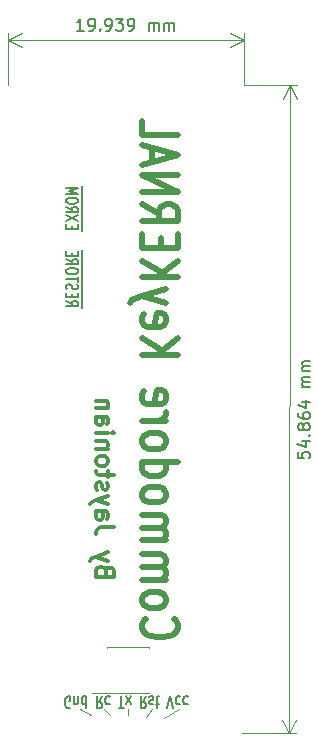
<source format=gbr>
G04 #@! TF.GenerationSoftware,KiCad,Pcbnew,(5.1.9)-1*
G04 #@! TF.CreationDate,2021-06-10T15:02:54-04:00*
G04 #@! TF.ProjectId,6526KernalSwitcherB,36353236-4b65-4726-9e61-6c5377697463,rev?*
G04 #@! TF.SameCoordinates,Original*
G04 #@! TF.FileFunction,Legend,Bot*
G04 #@! TF.FilePolarity,Positive*
%FSLAX46Y46*%
G04 Gerber Fmt 4.6, Leading zero omitted, Abs format (unit mm)*
G04 Created by KiCad (PCBNEW (5.1.9)-1) date 2021-06-10 15:02:54*
%MOMM*%
%LPD*%
G01*
G04 APERTURE LIST*
%ADD10C,0.300000*%
%ADD11C,0.150000*%
%ADD12C,0.120000*%
%ADD13C,0.500000*%
G04 APERTURE END LIST*
D10*
X106025142Y-86847285D02*
X105953714Y-86633000D01*
X105882285Y-86561571D01*
X105739428Y-86490142D01*
X105525142Y-86490142D01*
X105382285Y-86561571D01*
X105310857Y-86633000D01*
X105239428Y-86775857D01*
X105239428Y-87347285D01*
X106739428Y-87347285D01*
X106739428Y-86847285D01*
X106668000Y-86704428D01*
X106596571Y-86633000D01*
X106453714Y-86561571D01*
X106310857Y-86561571D01*
X106168000Y-86633000D01*
X106096571Y-86704428D01*
X106025142Y-86847285D01*
X106025142Y-87347285D01*
X106239428Y-85990142D02*
X105239428Y-85633000D01*
X106239428Y-85275857D02*
X105239428Y-85633000D01*
X104882285Y-85775857D01*
X104810857Y-85847285D01*
X104739428Y-85990142D01*
X106739428Y-83133000D02*
X105668000Y-83133000D01*
X105453714Y-83204428D01*
X105310857Y-83347285D01*
X105239428Y-83561571D01*
X105239428Y-83704428D01*
X105239428Y-81775857D02*
X106025142Y-81775857D01*
X106168000Y-81847285D01*
X106239428Y-81990142D01*
X106239428Y-82275857D01*
X106168000Y-82418714D01*
X105310857Y-81775857D02*
X105239428Y-81918714D01*
X105239428Y-82275857D01*
X105310857Y-82418714D01*
X105453714Y-82490142D01*
X105596571Y-82490142D01*
X105739428Y-82418714D01*
X105810857Y-82275857D01*
X105810857Y-81918714D01*
X105882285Y-81775857D01*
X106239428Y-81204428D02*
X105239428Y-80847285D01*
X106239428Y-80490142D02*
X105239428Y-80847285D01*
X104882285Y-80990142D01*
X104810857Y-81061571D01*
X104739428Y-81204428D01*
X105310857Y-79990142D02*
X105239428Y-79847285D01*
X105239428Y-79561571D01*
X105310857Y-79418714D01*
X105453714Y-79347285D01*
X105525142Y-79347285D01*
X105668000Y-79418714D01*
X105739428Y-79561571D01*
X105739428Y-79775857D01*
X105810857Y-79918714D01*
X105953714Y-79990142D01*
X106025142Y-79990142D01*
X106168000Y-79918714D01*
X106239428Y-79775857D01*
X106239428Y-79561571D01*
X106168000Y-79418714D01*
X106239428Y-78918714D02*
X106239428Y-78347285D01*
X106739428Y-78704428D02*
X105453714Y-78704428D01*
X105310857Y-78633000D01*
X105239428Y-78490142D01*
X105239428Y-78347285D01*
X105239428Y-77633000D02*
X105310857Y-77775857D01*
X105382285Y-77847285D01*
X105525142Y-77918714D01*
X105953714Y-77918714D01*
X106096571Y-77847285D01*
X106168000Y-77775857D01*
X106239428Y-77633000D01*
X106239428Y-77418714D01*
X106168000Y-77275857D01*
X106096571Y-77204428D01*
X105953714Y-77133000D01*
X105525142Y-77133000D01*
X105382285Y-77204428D01*
X105310857Y-77275857D01*
X105239428Y-77418714D01*
X105239428Y-77633000D01*
X106239428Y-76490142D02*
X105239428Y-76490142D01*
X106096571Y-76490142D02*
X106168000Y-76418714D01*
X106239428Y-76275857D01*
X106239428Y-76061571D01*
X106168000Y-75918714D01*
X106025142Y-75847285D01*
X105239428Y-75847285D01*
X105239428Y-75133000D02*
X106239428Y-75133000D01*
X106739428Y-75133000D02*
X106668000Y-75204428D01*
X106596571Y-75133000D01*
X106668000Y-75061571D01*
X106739428Y-75133000D01*
X106596571Y-75133000D01*
X105239428Y-73775857D02*
X106025142Y-73775857D01*
X106168000Y-73847285D01*
X106239428Y-73990142D01*
X106239428Y-74275857D01*
X106168000Y-74418714D01*
X105310857Y-73775857D02*
X105239428Y-73918714D01*
X105239428Y-74275857D01*
X105310857Y-74418714D01*
X105453714Y-74490142D01*
X105596571Y-74490142D01*
X105739428Y-74418714D01*
X105810857Y-74275857D01*
X105810857Y-73918714D01*
X105882285Y-73775857D01*
X106239428Y-73061571D02*
X105239428Y-73061571D01*
X106096571Y-73061571D02*
X106168000Y-72990142D01*
X106239428Y-72847285D01*
X106239428Y-72633000D01*
X106168000Y-72490142D01*
X106025142Y-72418714D01*
X105239428Y-72418714D01*
D11*
X104039000Y-58026857D02*
X104039000Y-57348285D01*
X103195428Y-57848285D02*
X103195428Y-57598285D01*
X102671619Y-57491142D02*
X102671619Y-57848285D01*
X103671619Y-57848285D01*
X103671619Y-57491142D01*
X104039000Y-57348285D02*
X104039000Y-56634000D01*
X103671619Y-57241142D02*
X102671619Y-56741142D01*
X103671619Y-56741142D02*
X102671619Y-57241142D01*
X104039000Y-56634000D02*
X104039000Y-55884000D01*
X102671619Y-56026857D02*
X103147809Y-56276857D01*
X102671619Y-56455428D02*
X103671619Y-56455428D01*
X103671619Y-56169714D01*
X103624000Y-56098285D01*
X103576380Y-56062571D01*
X103481142Y-56026857D01*
X103338285Y-56026857D01*
X103243047Y-56062571D01*
X103195428Y-56098285D01*
X103147809Y-56169714D01*
X103147809Y-56455428D01*
X104039000Y-55884000D02*
X104039000Y-55098285D01*
X103671619Y-55562571D02*
X103671619Y-55419714D01*
X103624000Y-55348285D01*
X103528761Y-55276857D01*
X103338285Y-55241142D01*
X103004952Y-55241142D01*
X102814476Y-55276857D01*
X102719238Y-55348285D01*
X102671619Y-55419714D01*
X102671619Y-55562571D01*
X102719238Y-55634000D01*
X102814476Y-55705428D01*
X103004952Y-55741142D01*
X103338285Y-55741142D01*
X103528761Y-55705428D01*
X103624000Y-55634000D01*
X103671619Y-55562571D01*
X104039000Y-55098285D02*
X104039000Y-54241142D01*
X102671619Y-54919714D02*
X103671619Y-54919714D01*
X102957333Y-54669714D01*
X103671619Y-54419714D01*
X102671619Y-54419714D01*
X104039000Y-64567285D02*
X104039000Y-63817285D01*
X102671619Y-63960142D02*
X103147809Y-64210142D01*
X102671619Y-64388714D02*
X103671619Y-64388714D01*
X103671619Y-64103000D01*
X103624000Y-64031571D01*
X103576380Y-63995857D01*
X103481142Y-63960142D01*
X103338285Y-63960142D01*
X103243047Y-63995857D01*
X103195428Y-64031571D01*
X103147809Y-64103000D01*
X103147809Y-64388714D01*
X104039000Y-63817285D02*
X104039000Y-63138714D01*
X103195428Y-63638714D02*
X103195428Y-63388714D01*
X102671619Y-63281571D02*
X102671619Y-63638714D01*
X103671619Y-63638714D01*
X103671619Y-63281571D01*
X104039000Y-63138714D02*
X104039000Y-62424428D01*
X102719238Y-62995857D02*
X102671619Y-62888714D01*
X102671619Y-62710142D01*
X102719238Y-62638714D01*
X102766857Y-62603000D01*
X102862095Y-62567285D01*
X102957333Y-62567285D01*
X103052571Y-62603000D01*
X103100190Y-62638714D01*
X103147809Y-62710142D01*
X103195428Y-62853000D01*
X103243047Y-62924428D01*
X103290666Y-62960142D01*
X103385904Y-62995857D01*
X103481142Y-62995857D01*
X103576380Y-62960142D01*
X103624000Y-62924428D01*
X103671619Y-62853000D01*
X103671619Y-62674428D01*
X103624000Y-62567285D01*
X104039000Y-62424428D02*
X104039000Y-61853000D01*
X103671619Y-62353000D02*
X103671619Y-61924428D01*
X102671619Y-62138714D02*
X103671619Y-62138714D01*
X104039000Y-61853000D02*
X104039000Y-61067285D01*
X103671619Y-61531571D02*
X103671619Y-61388714D01*
X103624000Y-61317285D01*
X103528761Y-61245857D01*
X103338285Y-61210142D01*
X103004952Y-61210142D01*
X102814476Y-61245857D01*
X102719238Y-61317285D01*
X102671619Y-61388714D01*
X102671619Y-61531571D01*
X102719238Y-61603000D01*
X102814476Y-61674428D01*
X103004952Y-61710142D01*
X103338285Y-61710142D01*
X103528761Y-61674428D01*
X103624000Y-61603000D01*
X103671619Y-61531571D01*
X104039000Y-61067285D02*
X104039000Y-60317285D01*
X102671619Y-60460142D02*
X103147809Y-60710142D01*
X102671619Y-60888714D02*
X103671619Y-60888714D01*
X103671619Y-60603000D01*
X103624000Y-60531571D01*
X103576380Y-60495857D01*
X103481142Y-60460142D01*
X103338285Y-60460142D01*
X103243047Y-60495857D01*
X103195428Y-60531571D01*
X103147809Y-60603000D01*
X103147809Y-60888714D01*
X104039000Y-60317285D02*
X104039000Y-59638714D01*
X103195428Y-60138714D02*
X103195428Y-59888714D01*
X102671619Y-59781571D02*
X102671619Y-60138714D01*
X103671619Y-60138714D01*
X103671619Y-59781571D01*
D12*
X112268000Y-98552000D02*
X110998000Y-99314000D01*
X103886000Y-98552000D02*
X104775000Y-99060000D01*
X109982000Y-98552000D02*
X109474000Y-99187000D01*
X107950000Y-98552000D02*
X107950000Y-99060000D01*
X105918000Y-98552000D02*
X106426000Y-99060000D01*
D11*
X103004342Y-98417000D02*
X102932914Y-98464619D01*
X102825771Y-98464619D01*
X102718628Y-98417000D01*
X102647200Y-98321761D01*
X102611485Y-98226523D01*
X102575771Y-98036047D01*
X102575771Y-97893190D01*
X102611485Y-97702714D01*
X102647200Y-97607476D01*
X102718628Y-97512238D01*
X102825771Y-97464619D01*
X102897200Y-97464619D01*
X103004342Y-97512238D01*
X103040057Y-97559857D01*
X103040057Y-97893190D01*
X102897200Y-97893190D01*
X103361485Y-98131285D02*
X103361485Y-97464619D01*
X103361485Y-98036047D02*
X103397200Y-98083666D01*
X103468628Y-98131285D01*
X103575771Y-98131285D01*
X103647200Y-98083666D01*
X103682914Y-97988428D01*
X103682914Y-97464619D01*
X104361485Y-97464619D02*
X104361485Y-98464619D01*
X104361485Y-97512238D02*
X104290057Y-97464619D01*
X104147200Y-97464619D01*
X104075771Y-97512238D01*
X104040057Y-97559857D01*
X104004342Y-97655095D01*
X104004342Y-97940809D01*
X104040057Y-98036047D01*
X104075771Y-98083666D01*
X104147200Y-98131285D01*
X104290057Y-98131285D01*
X104361485Y-98083666D01*
X105718628Y-97464619D02*
X105468628Y-97940809D01*
X105290057Y-97464619D02*
X105290057Y-98464619D01*
X105575771Y-98464619D01*
X105647200Y-98417000D01*
X105682914Y-98369380D01*
X105718628Y-98274142D01*
X105718628Y-98131285D01*
X105682914Y-98036047D01*
X105647200Y-97988428D01*
X105575771Y-97940809D01*
X105290057Y-97940809D01*
X106361485Y-97512238D02*
X106290057Y-97464619D01*
X106147200Y-97464619D01*
X106075771Y-97512238D01*
X106040057Y-97559857D01*
X106004342Y-97655095D01*
X106004342Y-97940809D01*
X106040057Y-98036047D01*
X106075771Y-98083666D01*
X106147200Y-98131285D01*
X106290057Y-98131285D01*
X106361485Y-98083666D01*
X107147200Y-98464619D02*
X107575771Y-98464619D01*
X107361485Y-97464619D02*
X107361485Y-98464619D01*
X107754342Y-97464619D02*
X108147200Y-98131285D01*
X107754342Y-98131285D02*
X108147200Y-97464619D01*
X109432914Y-97464619D02*
X109182914Y-97940809D01*
X109004342Y-97464619D02*
X109004342Y-98464619D01*
X109290057Y-98464619D01*
X109361485Y-98417000D01*
X109397200Y-98369380D01*
X109432914Y-98274142D01*
X109432914Y-98131285D01*
X109397200Y-98036047D01*
X109361485Y-97988428D01*
X109290057Y-97940809D01*
X109004342Y-97940809D01*
X109718628Y-97512238D02*
X109790057Y-97464619D01*
X109932914Y-97464619D01*
X110004342Y-97512238D01*
X110040057Y-97607476D01*
X110040057Y-97655095D01*
X110004342Y-97750333D01*
X109932914Y-97797952D01*
X109825771Y-97797952D01*
X109754342Y-97845571D01*
X109718628Y-97940809D01*
X109718628Y-97988428D01*
X109754342Y-98083666D01*
X109825771Y-98131285D01*
X109932914Y-98131285D01*
X110004342Y-98083666D01*
X110254342Y-98131285D02*
X110540057Y-98131285D01*
X110361485Y-98464619D02*
X110361485Y-97607476D01*
X110397200Y-97512238D01*
X110468628Y-97464619D01*
X110540057Y-97464619D01*
X111254342Y-98464619D02*
X111504342Y-97464619D01*
X111754342Y-98464619D01*
X112325771Y-97512238D02*
X112254342Y-97464619D01*
X112111485Y-97464619D01*
X112040057Y-97512238D01*
X112004342Y-97559857D01*
X111968628Y-97655095D01*
X111968628Y-97940809D01*
X112004342Y-98036047D01*
X112040057Y-98083666D01*
X112111485Y-98131285D01*
X112254342Y-98131285D01*
X112325771Y-98083666D01*
X112968628Y-97512238D02*
X112897200Y-97464619D01*
X112754342Y-97464619D01*
X112682914Y-97512238D01*
X112647200Y-97559857D01*
X112611485Y-97655095D01*
X112611485Y-97940809D01*
X112647200Y-98036047D01*
X112682914Y-98083666D01*
X112754342Y-98131285D01*
X112897200Y-98131285D01*
X112968628Y-98083666D01*
D13*
X109418571Y-90917571D02*
X109275714Y-91036619D01*
X109132857Y-91393761D01*
X109132857Y-91631857D01*
X109275714Y-91989000D01*
X109561428Y-92227095D01*
X109847142Y-92346142D01*
X110418571Y-92465190D01*
X110847142Y-92465190D01*
X111418571Y-92346142D01*
X111704285Y-92227095D01*
X111990000Y-91989000D01*
X112132857Y-91631857D01*
X112132857Y-91393761D01*
X111990000Y-91036619D01*
X111847142Y-90917571D01*
X109132857Y-89489000D02*
X109275714Y-89727095D01*
X109418571Y-89846142D01*
X109704285Y-89965190D01*
X110561428Y-89965190D01*
X110847142Y-89846142D01*
X110990000Y-89727095D01*
X111132857Y-89489000D01*
X111132857Y-89131857D01*
X110990000Y-88893761D01*
X110847142Y-88774714D01*
X110561428Y-88655666D01*
X109704285Y-88655666D01*
X109418571Y-88774714D01*
X109275714Y-88893761D01*
X109132857Y-89131857D01*
X109132857Y-89489000D01*
X109132857Y-87584238D02*
X111132857Y-87584238D01*
X110847142Y-87584238D02*
X110990000Y-87465190D01*
X111132857Y-87227095D01*
X111132857Y-86869952D01*
X110990000Y-86631857D01*
X110704285Y-86512809D01*
X109132857Y-86512809D01*
X110704285Y-86512809D02*
X110990000Y-86393761D01*
X111132857Y-86155666D01*
X111132857Y-85798523D01*
X110990000Y-85560428D01*
X110704285Y-85441380D01*
X109132857Y-85441380D01*
X109132857Y-84250904D02*
X111132857Y-84250904D01*
X110847142Y-84250904D02*
X110990000Y-84131857D01*
X111132857Y-83893761D01*
X111132857Y-83536619D01*
X110990000Y-83298523D01*
X110704285Y-83179476D01*
X109132857Y-83179476D01*
X110704285Y-83179476D02*
X110990000Y-83060428D01*
X111132857Y-82822333D01*
X111132857Y-82465190D01*
X110990000Y-82227095D01*
X110704285Y-82108047D01*
X109132857Y-82108047D01*
X109132857Y-80560428D02*
X109275714Y-80798523D01*
X109418571Y-80917571D01*
X109704285Y-81036619D01*
X110561428Y-81036619D01*
X110847142Y-80917571D01*
X110990000Y-80798523D01*
X111132857Y-80560428D01*
X111132857Y-80203285D01*
X110990000Y-79965190D01*
X110847142Y-79846142D01*
X110561428Y-79727095D01*
X109704285Y-79727095D01*
X109418571Y-79846142D01*
X109275714Y-79965190D01*
X109132857Y-80203285D01*
X109132857Y-80560428D01*
X109132857Y-77584238D02*
X112132857Y-77584238D01*
X109275714Y-77584238D02*
X109132857Y-77822333D01*
X109132857Y-78298523D01*
X109275714Y-78536619D01*
X109418571Y-78655666D01*
X109704285Y-78774714D01*
X110561428Y-78774714D01*
X110847142Y-78655666D01*
X110990000Y-78536619D01*
X111132857Y-78298523D01*
X111132857Y-77822333D01*
X110990000Y-77584238D01*
X109132857Y-76036619D02*
X109275714Y-76274714D01*
X109418571Y-76393761D01*
X109704285Y-76512809D01*
X110561428Y-76512809D01*
X110847142Y-76393761D01*
X110990000Y-76274714D01*
X111132857Y-76036619D01*
X111132857Y-75679476D01*
X110990000Y-75441380D01*
X110847142Y-75322333D01*
X110561428Y-75203285D01*
X109704285Y-75203285D01*
X109418571Y-75322333D01*
X109275714Y-75441380D01*
X109132857Y-75679476D01*
X109132857Y-76036619D01*
X109132857Y-74131857D02*
X111132857Y-74131857D01*
X110561428Y-74131857D02*
X110847142Y-74012809D01*
X110990000Y-73893761D01*
X111132857Y-73655666D01*
X111132857Y-73417571D01*
X109275714Y-71631857D02*
X109132857Y-71869952D01*
X109132857Y-72346142D01*
X109275714Y-72584238D01*
X109561428Y-72703285D01*
X110704285Y-72703285D01*
X110990000Y-72584238D01*
X111132857Y-72346142D01*
X111132857Y-71869952D01*
X110990000Y-71631857D01*
X110704285Y-71512809D01*
X110418571Y-71512809D01*
X110132857Y-72703285D01*
X109132857Y-68536619D02*
X112132857Y-68536619D01*
X109132857Y-67108047D02*
X110847142Y-68179476D01*
X112132857Y-67108047D02*
X110418571Y-68536619D01*
X109275714Y-65084238D02*
X109132857Y-65322333D01*
X109132857Y-65798523D01*
X109275714Y-66036619D01*
X109561428Y-66155666D01*
X110704285Y-66155666D01*
X110990000Y-66036619D01*
X111132857Y-65798523D01*
X111132857Y-65322333D01*
X110990000Y-65084238D01*
X110704285Y-64965190D01*
X110418571Y-64965190D01*
X110132857Y-66155666D01*
X111132857Y-64131857D02*
X109132857Y-63536619D01*
X111132857Y-62941380D02*
X109132857Y-63536619D01*
X108418571Y-63774714D01*
X108275714Y-63893761D01*
X108132857Y-64131857D01*
X109132857Y-61989000D02*
X112132857Y-61989000D01*
X109132857Y-60560428D02*
X110847142Y-61631857D01*
X112132857Y-60560428D02*
X110418571Y-61989000D01*
X110704285Y-59489000D02*
X110704285Y-58655666D01*
X109132857Y-58298523D02*
X109132857Y-59489000D01*
X112132857Y-59489000D01*
X112132857Y-58298523D01*
X109132857Y-55798523D02*
X110561428Y-56631857D01*
X109132857Y-57227095D02*
X112132857Y-57227095D01*
X112132857Y-56274714D01*
X111990000Y-56036619D01*
X111847142Y-55917571D01*
X111561428Y-55798523D01*
X111132857Y-55798523D01*
X110847142Y-55917571D01*
X110704285Y-56036619D01*
X110561428Y-56274714D01*
X110561428Y-57227095D01*
X109132857Y-54727095D02*
X112132857Y-54727095D01*
X109132857Y-53298523D01*
X112132857Y-53298523D01*
X109990000Y-52227095D02*
X109990000Y-51036619D01*
X109132857Y-52465190D02*
X112132857Y-51631857D01*
X109132857Y-50798523D01*
X109132857Y-48774714D02*
X109132857Y-49965190D01*
X112132857Y-49965190D01*
D11*
X122316186Y-76781823D02*
X122315083Y-77258012D01*
X122791162Y-77306733D01*
X122743654Y-77259004D01*
X122696255Y-77163656D01*
X122696806Y-76925561D01*
X122744646Y-76830434D01*
X122792375Y-76782925D01*
X122887723Y-76735527D01*
X123125817Y-76736078D01*
X123220945Y-76783917D01*
X123268454Y-76831646D01*
X123315852Y-76926994D01*
X123315301Y-77165089D01*
X123267462Y-77260217D01*
X123219732Y-77307725D01*
X122651612Y-75877835D02*
X123318277Y-75879378D01*
X122270110Y-76115048D02*
X122983842Y-76354796D01*
X122985275Y-75735750D01*
X123224252Y-75355350D02*
X123271981Y-75307841D01*
X123319490Y-75355570D01*
X123271761Y-75403079D01*
X123224252Y-75355350D01*
X123319490Y-75355570D01*
X122749496Y-74735201D02*
X122701656Y-74830329D01*
X122653927Y-74877838D01*
X122558579Y-74925236D01*
X122510960Y-74925126D01*
X122415833Y-74877286D01*
X122368324Y-74829557D01*
X122320925Y-74734209D01*
X122321366Y-74543734D01*
X122369206Y-74448606D01*
X122416935Y-74401097D01*
X122512283Y-74353699D01*
X122559902Y-74353809D01*
X122655029Y-74401648D01*
X122702538Y-74449378D01*
X122749937Y-74544726D01*
X122749496Y-74735201D01*
X122796894Y-74830549D01*
X122844403Y-74878279D01*
X122939530Y-74926118D01*
X123130006Y-74926559D01*
X123225354Y-74879160D01*
X123273083Y-74831652D01*
X123320923Y-74736524D01*
X123321364Y-74546048D01*
X123273965Y-74450700D01*
X123226456Y-74402971D01*
X123131329Y-74355132D01*
X122940853Y-74354691D01*
X122845505Y-74402089D01*
X122797776Y-74449598D01*
X122749937Y-74544726D01*
X122323791Y-73496117D02*
X122323350Y-73686593D01*
X122370749Y-73781941D01*
X122418258Y-73829670D01*
X122560894Y-73925239D01*
X122751259Y-73973299D01*
X123132211Y-73974180D01*
X123227559Y-73926782D01*
X123275288Y-73879273D01*
X123323127Y-73784146D01*
X123323568Y-73593670D01*
X123276170Y-73498322D01*
X123228661Y-73450593D01*
X123133533Y-73402753D01*
X122895439Y-73402202D01*
X122800091Y-73449601D01*
X122752362Y-73497109D01*
X122704522Y-73592237D01*
X122704081Y-73782713D01*
X122751480Y-73878061D01*
X122798988Y-73925790D01*
X122894116Y-73973629D01*
X122659328Y-72544511D02*
X123325993Y-72546054D01*
X122277826Y-72781723D02*
X122991558Y-73021471D01*
X122992991Y-72402425D01*
X123328969Y-71260343D02*
X122662305Y-71258800D01*
X122757542Y-71259020D02*
X122710034Y-71211291D01*
X122662635Y-71115943D01*
X122662966Y-70973086D01*
X122710805Y-70877959D01*
X122806153Y-70830560D01*
X123329961Y-70831773D01*
X122806153Y-70830560D02*
X122711026Y-70782721D01*
X122663627Y-70687373D01*
X122663958Y-70544516D01*
X122711797Y-70449388D01*
X122807145Y-70401990D01*
X123330954Y-70403202D01*
X123332056Y-69927013D02*
X122665391Y-69925470D01*
X122760629Y-69925690D02*
X122713120Y-69877961D01*
X122665722Y-69782613D01*
X122666052Y-69639756D01*
X122713892Y-69544629D01*
X122809240Y-69497230D01*
X123333048Y-69498443D01*
X122809240Y-69497230D02*
X122714112Y-69449391D01*
X122666714Y-69354043D01*
X122667044Y-69211186D01*
X122714884Y-69116058D01*
X122810232Y-69068660D01*
X123334040Y-69069873D01*
D12*
X121538684Y-100593113D02*
X121665684Y-45729113D01*
X117602000Y-100584000D02*
X122125104Y-100594470D01*
X117729000Y-45720000D02*
X122252104Y-45730470D01*
X121665684Y-45729113D02*
X122249496Y-46856971D01*
X121665684Y-45729113D02*
X121076657Y-46854256D01*
X121538684Y-100593113D02*
X122127711Y-99467970D01*
X121538684Y-100593113D02*
X120954872Y-99465255D01*
D11*
X104188071Y-41092381D02*
X103616642Y-41092381D01*
X103902357Y-41092381D02*
X103902357Y-40092381D01*
X103807119Y-40235239D01*
X103711880Y-40330477D01*
X103616642Y-40378096D01*
X104664261Y-41092381D02*
X104854738Y-41092381D01*
X104949976Y-41044762D01*
X104997595Y-40997143D01*
X105092833Y-40854286D01*
X105140452Y-40663810D01*
X105140452Y-40282858D01*
X105092833Y-40187620D01*
X105045214Y-40140001D01*
X104949976Y-40092381D01*
X104759500Y-40092381D01*
X104664261Y-40140001D01*
X104616642Y-40187620D01*
X104569023Y-40282858D01*
X104569023Y-40520953D01*
X104616642Y-40616191D01*
X104664261Y-40663810D01*
X104759500Y-40711429D01*
X104949976Y-40711429D01*
X105045214Y-40663810D01*
X105092833Y-40616191D01*
X105140452Y-40520953D01*
X105569023Y-40997143D02*
X105616642Y-41044762D01*
X105569023Y-41092381D01*
X105521404Y-41044762D01*
X105569023Y-40997143D01*
X105569023Y-41092381D01*
X106092833Y-41092381D02*
X106283309Y-41092381D01*
X106378547Y-41044762D01*
X106426166Y-40997143D01*
X106521404Y-40854286D01*
X106569023Y-40663810D01*
X106569023Y-40282858D01*
X106521404Y-40187620D01*
X106473785Y-40140001D01*
X106378547Y-40092381D01*
X106188071Y-40092381D01*
X106092833Y-40140001D01*
X106045214Y-40187620D01*
X105997595Y-40282858D01*
X105997595Y-40520953D01*
X106045214Y-40616191D01*
X106092833Y-40663810D01*
X106188071Y-40711429D01*
X106378547Y-40711429D01*
X106473785Y-40663810D01*
X106521404Y-40616191D01*
X106569023Y-40520953D01*
X106902357Y-40092381D02*
X107521404Y-40092381D01*
X107188071Y-40473334D01*
X107330928Y-40473334D01*
X107426166Y-40520953D01*
X107473785Y-40568572D01*
X107521404Y-40663810D01*
X107521404Y-40901905D01*
X107473785Y-40997143D01*
X107426166Y-41044762D01*
X107330928Y-41092381D01*
X107045214Y-41092381D01*
X106949976Y-41044762D01*
X106902357Y-40997143D01*
X107997595Y-41092381D02*
X108188071Y-41092381D01*
X108283309Y-41044762D01*
X108330928Y-40997143D01*
X108426166Y-40854286D01*
X108473785Y-40663810D01*
X108473785Y-40282858D01*
X108426166Y-40187620D01*
X108378547Y-40140001D01*
X108283309Y-40092381D01*
X108092833Y-40092381D01*
X107997595Y-40140001D01*
X107949976Y-40187620D01*
X107902357Y-40282858D01*
X107902357Y-40520953D01*
X107949976Y-40616191D01*
X107997595Y-40663810D01*
X108092833Y-40711429D01*
X108283309Y-40711429D01*
X108378547Y-40663810D01*
X108426166Y-40616191D01*
X108473785Y-40520953D01*
X109664261Y-41092381D02*
X109664261Y-40425715D01*
X109664261Y-40520953D02*
X109711880Y-40473334D01*
X109807119Y-40425715D01*
X109949976Y-40425715D01*
X110045214Y-40473334D01*
X110092833Y-40568572D01*
X110092833Y-41092381D01*
X110092833Y-40568572D02*
X110140452Y-40473334D01*
X110235690Y-40425715D01*
X110378547Y-40425715D01*
X110473785Y-40473334D01*
X110521404Y-40568572D01*
X110521404Y-41092381D01*
X110997595Y-41092381D02*
X110997595Y-40425715D01*
X110997595Y-40520953D02*
X111045214Y-40473334D01*
X111140452Y-40425715D01*
X111283309Y-40425715D01*
X111378547Y-40473334D01*
X111426166Y-40568572D01*
X111426166Y-41092381D01*
X111426166Y-40568572D02*
X111473785Y-40473334D01*
X111569023Y-40425715D01*
X111711880Y-40425715D01*
X111807119Y-40473334D01*
X111854738Y-40568572D01*
X111854738Y-41092381D01*
D12*
X117729000Y-41910001D02*
X97790000Y-41910001D01*
X117729000Y-45720000D02*
X117729000Y-41323580D01*
X97790000Y-45720000D02*
X97790000Y-41323580D01*
X97790000Y-41910001D02*
X98916504Y-41323580D01*
X97790000Y-41910001D02*
X98916504Y-42496422D01*
X117729000Y-41910001D02*
X116602496Y-41323580D01*
X117729000Y-41910001D02*
X116602496Y-42496422D01*
X106185000Y-97215000D02*
X109715000Y-97215000D01*
X106185000Y-93285000D02*
X109715000Y-93285000D01*
X104860000Y-97150000D02*
X106185000Y-97150000D01*
X106185000Y-97215000D02*
X106185000Y-97150000D01*
X109715000Y-97215000D02*
X109715000Y-97150000D01*
X106185000Y-93350000D02*
X106185000Y-93285000D01*
X109715000Y-93350000D02*
X109715000Y-93285000D01*
M02*

</source>
